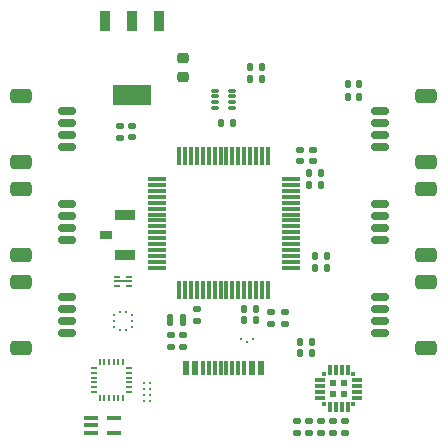
<source format=gbr>
%TF.GenerationSoftware,KiCad,Pcbnew,9.0.1*%
%TF.CreationDate,2025-05-02T13:40:16-04:00*%
%TF.ProjectId,Control Board V2,436f6e74-726f-46c2-9042-6f6172642056,rev?*%
%TF.SameCoordinates,Original*%
%TF.FileFunction,Paste,Top*%
%TF.FilePolarity,Positive*%
%FSLAX46Y46*%
G04 Gerber Fmt 4.6, Leading zero omitted, Abs format (unit mm)*
G04 Created by KiCad (PCBNEW 9.0.1) date 2025-05-02 13:40:16*
%MOMM*%
%LPD*%
G01*
G04 APERTURE LIST*
G04 Aperture macros list*
%AMRoundRect*
0 Rectangle with rounded corners*
0 $1 Rounding radius*
0 $2 $3 $4 $5 $6 $7 $8 $9 X,Y pos of 4 corners*
0 Add a 4 corners polygon primitive as box body*
4,1,4,$2,$3,$4,$5,$6,$7,$8,$9,$2,$3,0*
0 Add four circle primitives for the rounded corners*
1,1,$1+$1,$2,$3*
1,1,$1+$1,$4,$5*
1,1,$1+$1,$6,$7*
1,1,$1+$1,$8,$9*
0 Add four rect primitives between the rounded corners*
20,1,$1+$1,$2,$3,$4,$5,0*
20,1,$1+$1,$4,$5,$6,$7,0*
20,1,$1+$1,$6,$7,$8,$9,0*
20,1,$1+$1,$8,$9,$2,$3,0*%
G04 Aperture macros list end*
%ADD10RoundRect,0.147500X0.147500X0.172500X-0.147500X0.172500X-0.147500X-0.172500X0.147500X-0.172500X0*%
%ADD11RoundRect,0.135000X-0.135000X-0.185000X0.135000X-0.185000X0.135000X0.185000X-0.135000X0.185000X0*%
%ADD12RoundRect,0.150000X0.625000X-0.150000X0.625000X0.150000X-0.625000X0.150000X-0.625000X-0.150000X0*%
%ADD13RoundRect,0.250000X0.650000X-0.350000X0.650000X0.350000X-0.650000X0.350000X-0.650000X-0.350000X0*%
%ADD14RoundRect,0.140000X0.140000X0.170000X-0.140000X0.170000X-0.140000X-0.170000X0.140000X-0.170000X0*%
%ADD15RoundRect,0.140000X0.170000X-0.140000X0.170000X0.140000X-0.170000X0.140000X-0.170000X-0.140000X0*%
%ADD16C,0.226000*%
%ADD17RoundRect,0.075000X-0.175000X-0.425000X0.175000X-0.425000X0.175000X0.425000X-0.175000X0.425000X0*%
%ADD18RoundRect,0.135000X0.135000X0.185000X-0.135000X0.185000X-0.135000X-0.185000X0.135000X-0.185000X0*%
%ADD19RoundRect,0.150000X-0.625000X0.150000X-0.625000X-0.150000X0.625000X-0.150000X0.625000X0.150000X0*%
%ADD20RoundRect,0.250000X-0.650000X0.350000X-0.650000X-0.350000X0.650000X-0.350000X0.650000X0.350000X0*%
%ADD21RoundRect,0.147500X-0.172500X0.147500X-0.172500X-0.147500X0.172500X-0.147500X0.172500X0.147500X0*%
%ADD22RoundRect,0.140000X-0.170000X0.140000X-0.170000X-0.140000X0.170000X-0.140000X0.170000X0.140000X0*%
%ADD23RoundRect,0.050000X0.285000X0.100000X-0.285000X0.100000X-0.285000X-0.100000X0.285000X-0.100000X0*%
%ADD24RoundRect,0.135000X0.185000X-0.135000X0.185000X0.135000X-0.185000X0.135000X-0.185000X-0.135000X0*%
%ADD25R,0.540000X0.540000*%
%ADD26R,0.300000X0.300000*%
%ADD27R,0.900000X0.300000*%
%ADD28R,0.300000X0.900000*%
%ADD29RoundRect,0.140000X-0.140000X-0.170000X0.140000X-0.170000X0.140000X0.170000X-0.140000X0.170000X0*%
%ADD30R,0.600000X0.200000*%
%ADD31R,1.600000X0.200000*%
%ADD32R,0.250000X0.275000*%
%ADD33R,0.275000X0.250000*%
%ADD34R,0.200000X0.200000*%
%ADD35R,0.950000X1.750000*%
%ADD36R,3.250000X1.750000*%
%ADD37R,0.600000X1.240000*%
%ADD38R,0.300000X1.240000*%
%ADD39RoundRect,0.075000X0.075000X-0.700000X0.075000X0.700000X-0.075000X0.700000X-0.075000X-0.700000X0*%
%ADD40RoundRect,0.075000X0.700000X-0.075000X0.700000X0.075000X-0.700000X0.075000X-0.700000X-0.075000X0*%
%ADD41R,1.150000X0.400000*%
%ADD42R,1.700000X0.900000*%
%ADD43R,1.100000X0.800000*%
%ADD44RoundRect,0.050000X-0.225000X-0.050000X0.225000X-0.050000X0.225000X0.050000X-0.225000X0.050000X0*%
%ADD45RoundRect,0.050000X0.050000X-0.225000X0.050000X0.225000X-0.050000X0.225000X-0.050000X-0.225000X0*%
%ADD46RoundRect,0.135000X-0.185000X0.135000X-0.185000X-0.135000X0.185000X-0.135000X0.185000X0.135000X0*%
%ADD47RoundRect,0.225000X-0.250000X0.225000X-0.250000X-0.225000X0.250000X-0.225000X0.250000X0.225000X0*%
G04 APERTURE END LIST*
D10*
%TO.C,D3*%
X82470000Y-123000000D03*
X81500000Y-123000000D03*
%TD*%
D11*
%TO.C,R17*%
X77240000Y-99750000D03*
X78260000Y-99750000D03*
%TD*%
D12*
%TO.C,J38*%
X88250000Y-121250000D03*
X88250000Y-120250000D03*
X88250000Y-119250000D03*
X88250000Y-118250000D03*
D13*
X92125000Y-122550000D03*
X92125000Y-116950000D03*
%TD*%
D14*
%TO.C,C14*%
X83230000Y-108750000D03*
X82270000Y-108750000D03*
%TD*%
D12*
%TO.C,J39*%
X88250000Y-113375000D03*
X88250000Y-112375000D03*
X88250000Y-111375000D03*
X88250000Y-110375000D03*
D13*
X92125000Y-114675000D03*
X92125000Y-109075000D03*
%TD*%
D15*
%TO.C,C20*%
X81500000Y-106730000D03*
X81500000Y-105770000D03*
%TD*%
D16*
%TO.C,IC2*%
X68250000Y-125500000D03*
X68750000Y-125500000D03*
X68250000Y-126000000D03*
X68750000Y-126000000D03*
X68250000Y-126500000D03*
X68750000Y-126500000D03*
X68250000Y-127000000D03*
X68750000Y-127000000D03*
%TD*%
D17*
%TO.C,Y1*%
X70500000Y-120200000D03*
X71600000Y-120200000D03*
%TD*%
D12*
%TO.C,J40*%
X88250000Y-105500000D03*
X88250000Y-104500000D03*
X88250000Y-103500000D03*
X88250000Y-102500000D03*
D13*
X92125000Y-106800000D03*
X92125000Y-101200000D03*
%TD*%
D14*
%TO.C,C12*%
X77730000Y-120190000D03*
X76770000Y-120190000D03*
%TD*%
D18*
%TO.C,R15*%
X75770000Y-103500000D03*
X74750000Y-103500000D03*
%TD*%
D19*
%TO.C,J36*%
X61750000Y-110375000D03*
X61750000Y-111375000D03*
X61750000Y-112375000D03*
X61750000Y-113375000D03*
D20*
X57875000Y-109075000D03*
X57875000Y-114675000D03*
%TD*%
D15*
%TO.C,C21*%
X82560000Y-106730000D03*
X82560000Y-105770000D03*
%TD*%
D11*
%TO.C,R16*%
X77240000Y-98750000D03*
X78260000Y-98750000D03*
%TD*%
D19*
%TO.C,J34*%
X61750000Y-118250000D03*
X61750000Y-119250000D03*
X61750000Y-120250000D03*
X61750000Y-121250000D03*
D20*
X57875000Y-116950000D03*
X57875000Y-122550000D03*
%TD*%
D21*
%TO.C,D7*%
X67250000Y-103750000D03*
X67250000Y-104720000D03*
%TD*%
D22*
%TO.C,C10*%
X70510000Y-121470000D03*
X70510000Y-122430000D03*
%TD*%
D14*
%TO.C,C13*%
X77730000Y-119250000D03*
X76770000Y-119250000D03*
%TD*%
D23*
%TO.C,U6*%
X75730000Y-102250000D03*
X75730000Y-101750000D03*
X75730000Y-101250000D03*
X75730000Y-100750000D03*
X74250000Y-100750000D03*
X74250000Y-101250000D03*
X74250000Y-101750000D03*
X74250000Y-102250000D03*
%TD*%
D24*
%TO.C,R11*%
X81250000Y-129760000D03*
X81250000Y-128740000D03*
%TD*%
D25*
%TO.C,U3*%
X84300000Y-125550000D03*
X84300000Y-126450000D03*
X85200000Y-125550000D03*
X85200000Y-126450000D03*
D26*
X83500000Y-124750000D03*
D27*
X83200000Y-125250000D03*
X83200000Y-125750000D03*
X83200000Y-126250000D03*
X83200000Y-126750000D03*
D26*
X83500000Y-127250000D03*
D28*
X84000000Y-127550000D03*
X84500000Y-127550000D03*
X85000000Y-127550000D03*
X85500000Y-127550000D03*
D26*
X86000000Y-127250000D03*
D27*
X86300000Y-126750000D03*
X86300000Y-126250000D03*
X86300000Y-125750000D03*
X86300000Y-125250000D03*
D26*
X86000000Y-124750000D03*
D28*
X85500000Y-124450000D03*
X85000000Y-124450000D03*
X84500000Y-124450000D03*
X84000000Y-124450000D03*
%TD*%
D22*
%TO.C,C29*%
X83260000Y-128770000D03*
X83260000Y-129730000D03*
%TD*%
D29*
%TO.C,C18*%
X82770000Y-114780000D03*
X83730000Y-114780000D03*
%TD*%
D22*
%TO.C,C28*%
X84250000Y-128770000D03*
X84250000Y-129730000D03*
%TD*%
D24*
%TO.C,R1*%
X72750000Y-120260000D03*
X72750000Y-119240000D03*
%TD*%
D30*
%TO.C,IC4*%
X66000000Y-116500000D03*
D31*
X66500000Y-116900000D03*
D30*
X66000000Y-117300000D03*
X67000000Y-117300000D03*
X67000000Y-116500000D03*
%TD*%
D32*
%TO.C,IC3*%
X66762000Y-119487000D03*
X66262000Y-119487000D03*
D33*
X65750000Y-119750000D03*
X65750000Y-120250000D03*
X65750000Y-120750000D03*
D32*
X66262000Y-121013000D03*
X66762000Y-121013000D03*
D33*
X67274000Y-120750000D03*
X67274000Y-120250000D03*
X67274000Y-119750000D03*
%TD*%
D14*
%TO.C,C15*%
X83230000Y-107720000D03*
X82270000Y-107720000D03*
%TD*%
D24*
%TO.C,R10*%
X85250000Y-129760000D03*
X85250000Y-128740000D03*
%TD*%
D34*
%TO.C,D2*%
X77000000Y-122000000D03*
X77500000Y-121750000D03*
X76500000Y-121750000D03*
%TD*%
D35*
%TO.C,IC5*%
X69550000Y-94850000D03*
X67250000Y-94850000D03*
X64950000Y-94850000D03*
D36*
X67250000Y-101150000D03*
%TD*%
D37*
%TO.C,J35*%
X71800000Y-124275000D03*
X72600000Y-124275000D03*
D38*
X73750000Y-124275000D03*
X74750000Y-124275000D03*
X75250000Y-124275000D03*
X76250000Y-124275000D03*
D37*
X77400000Y-124275000D03*
X78200000Y-124275000D03*
X78200000Y-124275000D03*
X77400000Y-124275000D03*
D38*
X76750000Y-124275000D03*
X75750000Y-124275000D03*
X74250000Y-124275000D03*
X73250000Y-124275000D03*
D37*
X72600000Y-124275000D03*
X71800000Y-124275000D03*
%TD*%
D39*
%TO.C,U2*%
X71250001Y-117675000D03*
X71750000Y-117675000D03*
X72250000Y-117675000D03*
X72750000Y-117675000D03*
X73250000Y-117675000D03*
X73750001Y-117675000D03*
X74250000Y-117675000D03*
X74750000Y-117675000D03*
X75250000Y-117675000D03*
X75750000Y-117675000D03*
X76249999Y-117675000D03*
X76750000Y-117675000D03*
X77250000Y-117675000D03*
X77750000Y-117675000D03*
X78250000Y-117675000D03*
X78749999Y-117675000D03*
D40*
X80675000Y-115749999D03*
X80675000Y-115250000D03*
X80675000Y-114750000D03*
X80675000Y-114250000D03*
X80675000Y-113750000D03*
X80675000Y-113249999D03*
X80675000Y-112750000D03*
X80675000Y-112250000D03*
X80675000Y-111750000D03*
X80675000Y-111250000D03*
X80675000Y-110750001D03*
X80675000Y-110250000D03*
X80675000Y-109750000D03*
X80675000Y-109250000D03*
X80675000Y-108750000D03*
X80675000Y-108250001D03*
D39*
X78749999Y-106325000D03*
X78250000Y-106325000D03*
X77750000Y-106325000D03*
X77250000Y-106325000D03*
X76750000Y-106325000D03*
X76249999Y-106325000D03*
X75750000Y-106325000D03*
X75250000Y-106325000D03*
X74750000Y-106325000D03*
X74250000Y-106325000D03*
X73750001Y-106325000D03*
X73250000Y-106325000D03*
X72750000Y-106325000D03*
X72250000Y-106325000D03*
X71750000Y-106325000D03*
X71250001Y-106325000D03*
D40*
X69325000Y-108250001D03*
X69325000Y-108750000D03*
X69325000Y-109250000D03*
X69325000Y-109750000D03*
X69325000Y-110250000D03*
X69325000Y-110750001D03*
X69325000Y-111250000D03*
X69325000Y-111750000D03*
X69325000Y-112250000D03*
X69325000Y-112750000D03*
X69325000Y-113249999D03*
X69325000Y-113750000D03*
X69325000Y-114250000D03*
X69325000Y-114750000D03*
X69325000Y-115250000D03*
X69325000Y-115749999D03*
%TD*%
D41*
%TO.C,IC1*%
X63800000Y-128450000D03*
X63800000Y-129100000D03*
X63800000Y-129750000D03*
X65700000Y-129750000D03*
X65700000Y-128450000D03*
%TD*%
D42*
%TO.C,SW2*%
X66650000Y-111300000D03*
X66650000Y-114700000D03*
D43*
X65010000Y-113000000D03*
%TD*%
D24*
%TO.C,R14*%
X80170000Y-120510000D03*
X80170000Y-119490000D03*
%TD*%
D29*
%TO.C,C26*%
X85500000Y-100200000D03*
X86460000Y-100200000D03*
%TD*%
D44*
%TO.C,U1*%
X64000000Y-124250000D03*
X64000000Y-124650000D03*
X64000000Y-125050000D03*
X64000000Y-125450000D03*
X64000000Y-125850000D03*
X64000000Y-126250000D03*
D45*
X64500000Y-126750000D03*
X64900000Y-126750000D03*
X65300000Y-126750000D03*
X65700000Y-126750000D03*
X66100000Y-126750000D03*
X66500000Y-126750000D03*
D44*
X67000000Y-126250000D03*
X67000000Y-125850000D03*
X67000000Y-125450000D03*
X67000000Y-125050000D03*
X67000000Y-124650000D03*
X67000000Y-124250000D03*
D45*
X66500000Y-123750000D03*
X66100000Y-123750000D03*
X65700000Y-123750000D03*
X65300000Y-123750000D03*
X64900000Y-123750000D03*
X64500000Y-123750000D03*
%TD*%
D46*
%TO.C,R12*%
X82260000Y-128740000D03*
X82260000Y-129760000D03*
%TD*%
D10*
%TO.C,D4*%
X82485000Y-122000000D03*
X81515000Y-122000000D03*
%TD*%
D24*
%TO.C,R13*%
X79000000Y-120510000D03*
X79000000Y-119490000D03*
%TD*%
D29*
%TO.C,C27*%
X85500000Y-101290000D03*
X86460000Y-101290000D03*
%TD*%
D47*
%TO.C,C32*%
X71600000Y-98025000D03*
X71600000Y-99575000D03*
%TD*%
D29*
%TO.C,C19*%
X82770000Y-115750000D03*
X83730000Y-115750000D03*
%TD*%
D22*
%TO.C,C34*%
X71550000Y-121470000D03*
X71550000Y-122430000D03*
%TD*%
D24*
%TO.C,R23*%
X66250000Y-104745000D03*
X66250000Y-103725000D03*
%TD*%
D19*
%TO.C,J37*%
X61750000Y-102500000D03*
X61750000Y-103500000D03*
X61750000Y-104500000D03*
X61750000Y-105500000D03*
D20*
X57875000Y-101200000D03*
X57875000Y-106800000D03*
%TD*%
M02*

</source>
